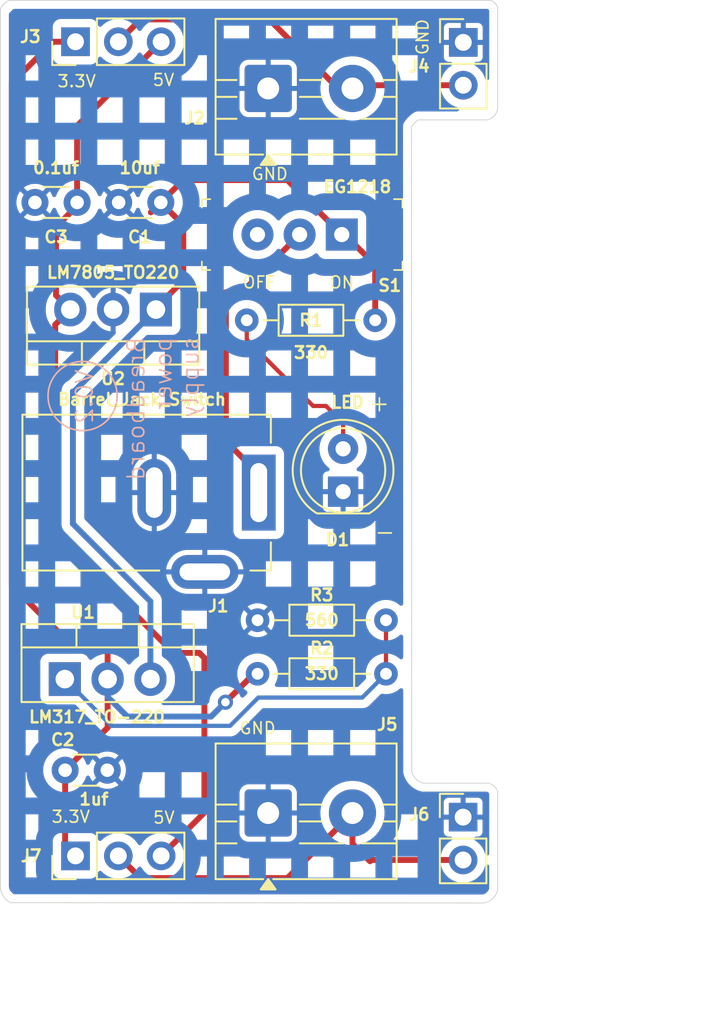
<source format=kicad_pcb>
(kicad_pcb (version 20241229) (generator "pcbnew") (generator_version "9.0")
  (title_block (rev "2"))
  (layers (0 "F.Cu" signal) (2 "B.Cu" signal) (13 "F.Paste" user) (15 "B.Paste" user) (5 "F.SilkS" user "F.Silkscreen") (7 "B.SilkS" user "B.Silkscreen") (1 "F.Mask" user) (3 "B.Mask" user) (25 "Edge.Cuts" user))
  (net 0 "")
  (net 1 "GND")
  (net 2 "/12V")
  (net 3 "/3.3v")
  (net 4 "/5V")
  (net 5 "Net-(D1-A)")
  (net 6 "/PWR_input")
  (net 7 "/PWR_OUT_BOT")
  (net 8 "Net-(U1-ADJ)")
  (net 10 "/PWR_OUT_TOP")
  (footprint "Package_TO_SOT_THT:TO-220-3_Vertical" (layer "F.Cu") (at 165.425 73.025 180)
    (property "Reference" "U2" (at 2.54 -4.1 0) (layer "F.SilkS") (effects (font (size 0.7 0.7))))
    (property "Value" "LM7805_TO220" (at 2.54 2.2 0) (layer "F.SilkS") (effects (font (size 0.7 0.7))))
    (fp_line (start 7.65 1.36) (end -2.57 1.36) (stroke (width 0.12)) (layer "F.SilkS"))
    (fp_line (start 7.65 -3.26) (end 7.65 1.36) (stroke (width 0.12)) (layer "F.SilkS"))
    (fp_line (start 4.39 -3.26) (end 4.39 -1.88) (stroke (width 0.12)) (layer "F.SilkS"))
    (fp_line (start 0.69 -3.26) (end 0.69 -1.88) (stroke (width 0.12)) (layer "F.SilkS"))
    (fp_line (start -2.57 1.36) (end -2.57 -3.26) (stroke (width 0.12)) (layer "F.SilkS"))
    (fp_line (start -2.57 -1.88) (end 7.65 -1.88) (stroke (width 0.12)) (layer "F.SilkS"))
    (fp_line (start -2.57 -3.26) (end 7.65 -3.26) (stroke (width 0.12)) (layer "F.SilkS"))
    (pad "1" thru_hole rect (at 0 0 180) (size 1.905 2) (drill 1.1) (layers "*.Cu" "*.Mask") (net 2 "/12V"))
    (pad "2" thru_hole oval (at 2.54 0 180) (size 1.905 2) (drill 1.1) (layers "*.Cu" "*.Mask") (net 1 "GND"))
    (pad "3" thru_hole oval (at 5.08 0 180) (size 1.905 2) (drill 1.1) (layers "*.Cu" "*.Mask") (net 4 "/5V"))
  )
  (footprint "Resistor_THT:R_Axial_DIN0204_L3.6mm_D1.6mm_P7.62mm_Horizontal" (layer "F.Cu") (at 171.455 91.44)
    (property "Reference" "R3" (at 3.81 -1.49 0) (layer "F.SilkS") (effects (font (size 0.7 0.7))))
    (property "Value" "560" (at 3.81 0 0) (layer "F.SilkS") (effects (font (size 0.7 0.7))))
    (fp_line (start 0.94 0) (end 1.89 0) (stroke (width 0.12)) (layer "F.SilkS"))
    (fp_line (start 6.68 0) (end 5.73 0) (stroke (width 0.12)) (layer "F.SilkS"))
    (fp_rect (start 1.89 -0.92) (end 5.73 0.92) (stroke (width 0.12)) (fill no) (layer "F.SilkS"))
    (pad "1" thru_hole circle (at 0 0) (size 1.4 1.4) (drill 0.7) (layers "*.Cu" "*.Mask") (net 1 "GND"))
    (pad "2" thru_hole circle (at 7.62 0) (size 1.4 1.4) (drill 0.7) (layers "*.Cu" "*.Mask") (net 8 "Net-(U1-ADJ)"))
  )
  (footprint "Resistor_THT:R_Axial_DIN0204_L3.6mm_D1.6mm_P7.62mm_Horizontal" (layer "F.Cu") (at 179.075 94.615 180)
    (property "Reference" "R2" (at 3.81 1.515 0) (layer "F.SilkS") (effects (font (size 0.7 0.7))))
    (property "Value" "330" (at 3.81 0 0) (layer "F.SilkS") (effects (font (size 0.7 0.7))))
    (fp_line (start 6.68 0) (end 5.73 0) (stroke (width 0.12)) (layer "F.SilkS"))
    (fp_line (start 0.94 0) (end 1.89 0) (stroke (width 0.12)) (layer "F.SilkS"))
    (fp_rect (start 1.89 -0.92) (end 5.73 0.92) (stroke (width 0.12)) (fill no) (layer "F.SilkS"))
    (pad "1" thru_hole circle (at 0 0 180) (size 1.4 1.4) (drill 0.7) (layers "*.Cu" "*.Mask") (net 8 "Net-(U1-ADJ)"))
    (pad "2" thru_hole circle (at 7.62 0 180) (size 1.4 1.4) (drill 0.7) (layers "*.Cu" "*.Mask") (net 3 "/3.3v"))
  )
  (footprint "LED_THT:LED_D5.0mm" (layer "F.Cu") (at 176.53 83.82 90)
    (property "Reference" "D1" (at -2.855 -0.33 180) (layer "F.SilkS") (effects (font (size 0.7 0.7))))
    (property "Value" "LED" (at 5.295 0.27 180) (layer "F.SilkS") (effects (font (size 0.7 0.7))))
    (fp_line (start -1.29 -1.545) (end -1.29 1.545) (stroke (width 0.12)) (layer "F.SilkS"))
    (fp_arc (start -1.29 -1.54483) (mid 2.071779 -2.880495) (end 4.26 0) (stroke (width 0.12)) (layer "F.SilkS"))
    (fp_arc (start 4.26 0) (mid 2.071779 2.880495) (end -1.29 1.54483) (stroke (width 0.12)) (layer "F.SilkS"))
    (fp_circle (center 1.27 0) (end 3.77 0) (stroke (width 0.12)) (fill no) (layer "F.SilkS"))
    (pad "1" thru_hole rect (at 0 0 90) (size 1.8 1.8) (drill 0.9) (layers "*.Cu" "*.Mask") (net 1 "GND"))
    (pad "2" thru_hole circle (at 2.54 0 90) (size 1.8 1.8) (drill 0.9) (layers "*.Cu" "*.Mask") (net 5 "Net-(D1-A)"))
  )
  (footprint "digikey-footprints:Switch_Slide_11.6x4mm_EG1218" (layer "F.Cu") (at 176.45 68.58 180)
    (property "Reference" "S1" (at -2.85 -3.02 0) (layer "F.SilkS") (effects (font (size 0.7 0.7))))
    (property "Value" "EG1218" (at -0.925 2.83 0) (layer "F.SilkS") (effects (font (size 0.7 0.7))))
    (fp_line (start 8.3 2.1) (end 8.3 1.6) (stroke (width 0.1)) (layer "F.SilkS"))
    (fp_line (start 8.3 2.1) (end 7.8 2.1) (stroke (width 0.1)) (layer "F.SilkS"))
    (fp_line (start 8.3 -2.1) (end 8.3 -1.6) (stroke (width 0.1)) (layer "F.SilkS"))
    (fp_line (start 8.3 -2.1) (end 7.8 -2.1) (stroke (width 0.1)) (layer "F.SilkS"))
    (fp_line (start -3.6 2.1) (end -3.1 2.1) (stroke (width 0.1)) (layer "F.SilkS"))
    (fp_line (start -3.6 2.1) (end -3.6 1.6) (stroke (width 0.1)) (layer "F.SilkS"))
    (fp_line (start -3.6 -2.1) (end -3.1 -2.1) (stroke (width 0.1)) (layer "F.SilkS"))
    (fp_line (start -3.6 -2.1) (end -3.6 -1.6) (stroke (width 0.1)) (layer "F.SilkS"))
    (pad "1" thru_hole rect (at 0 0 180) (size 1.9 1.9) (drill 0.9) (layers "*.Cu" "*.Mask") (net 2 "/12V"))
    (pad "2" thru_hole circle (at 2.5 0 180) (size 1.9 1.9) (drill 0.9) (layers "*.Cu" "*.Mask") (net 6 "/PWR_input"))
    (pad "3" thru_hole circle (at 5 0 180) (size 1.9 1.9) (drill 0.9) (layers "*.Cu" "*.Mask"))
  )
  (footprint "TerminalBlock:TerminalBlock_MaiXu_MX126-5.0-02P_1x02_P5.00mm" (layer "F.Cu") (at 172.085 59.9175)
    (property "Reference" "J2" (at -4.36 1.7575 0) (layer "F.SilkS") (effects (font (size 0.7 0.7))))
    (property "Value" "Screw_Terminal_01x02" (hide yes))
    (fp_line (start -3.12 -4.12) (end 7.62 -4.12) (stroke (width 0.12)) (layer "F.SilkS"))
    (fp_line (start -3.12 -0.5) (end -1.88 -0.5) (stroke (width 0.12)) (layer "F.SilkS"))
    (fp_line (start -3.12 0.5) (end -1.88 0.5) (stroke (width 0.12)) (layer "F.SilkS"))
    (fp_line (start -3.12 1.8) (end -1.88 1.8) (stroke (width 0.12)) (layer "F.SilkS"))
    (fp_line (start -3.12 3.92) (end -3.12 -4.12) (stroke (width 0.12)) (layer "F.SilkS"))
    (fp_line (start -0.3 3.92) (end -3.12 3.92) (stroke (width 0.12)) (layer "F.SilkS"))
    (fp_line (start 1.88 -0.5) (end 3.188 -0.5) (stroke (width 0.12)) (layer "F.SilkS"))
    (fp_line (start 1.88 0.5) (end 3.188 0.5) (stroke (width 0.12)) (layer "F.SilkS"))
    (fp_line (start 1.88 1.8) (end 4.457 1.8) (stroke (width 0.12)) (layer "F.SilkS"))
    (fp_line (start 5.543 1.8) (end 7.62 1.8) (stroke (width 0.12)) (layer "F.SilkS"))
    (fp_line (start 6.812 -0.5) (end 7.62 -0.5) (stroke (width 0.12)) (layer "F.SilkS"))
    (fp_line (start 6.812 0.5) (end 7.62 0.5) (stroke (width 0.12)) (layer "F.SilkS"))
    (fp_line (start 7.62 -4.12) (end 7.62 3.92) (stroke (width 0.12)) (layer "F.SilkS"))
    (fp_line (start 7.62 3.92) (end 0.3 3.92) (stroke (width 0.12)) (layer "F.SilkS"))
    (fp_poly (pts (xy 0 3.92) (xy 0.44 4.53) (xy -0.44 4.53)) (stroke (width 0.12)) (fill yes) (layer "F.SilkS"))
    (pad "1" thru_hole roundrect (at 0 0) (size 2.8 2.8) (drill 1.3) (layers "*.Cu" "*.Mask") (roundrect_rratio 0.089286) (net 1 "GND"))
    (pad "2" thru_hole circle (at 5 0) (size 2.8 2.8) (drill 1.3) (layers "*.Cu" "*.Mask") (net 7 "/PWR_OUT_BOT"))
  )
  (footprint "Connector_PinHeader_2.54mm:PinHeader_1x03_P2.54mm_Vertical" (layer "F.Cu") (at 160.655 105.41 90)
    (property "Reference" "J7" (at 0 -2.63 180) (layer "F.SilkS") (effects (font (size 0.7 0.7))))
    (property "Value" "Conn_01x03_Pin" (hide yes))
    (fp_line (start -1.38 -1.38) (end 0 -1.38) (stroke (width 0.12)) (layer "F.SilkS"))
    (fp_line (start -1.38 0) (end -1.38 -1.38) (stroke (width 0.12)) (layer "F.SilkS"))
    (fp_line (start 1.38 1.27) (end 1.38 6.46) (stroke (width 0.12)) (layer "F.SilkS"))
    (fp_line (start -1.38 1.27) (end 1.38 1.27) (stroke (width 0.12)) (layer "F.SilkS"))
    (fp_line (start -1.38 1.27) (end -1.38 6.46) (stroke (width 0.12)) (layer "F.SilkS"))
    (fp_line (start -1.38 6.46) (end 1.38 6.46) (stroke (width 0.12)) (layer "F.SilkS"))
    (pad "1" thru_hole rect (at 0 0 90) (size 1.7 1.7) (drill 1) (layers "*.Cu" "*.Mask") (net 3 "/3.3v"))
    (pad "2" thru_hole circle (at 0 2.54 90) (size 1.7 1.7) (drill 1) (layers "*.Cu" "*.Mask") (net 10 "/PWR_OUT_TOP"))
    (pad "3" thru_hole circle (at 0 5.08 90) (size 1.7 1.7) (drill 1) (layers "*.Cu" "*.Mask") (net 4 "/5V"))
  )
  (footprint "Connector_PinHeader_2.54mm:PinHeader_1x03_P2.54mm_Vertical" (layer "F.Cu") (at 160.655 57.15 90)
    (property "Reference" "J3" (at 0.3 -2.68 180) (layer "F.SilkS") (effects (font (size 0.7 0.7))))
    (property "Value" "Conn_01x03_Pin" (hide yes))
    (fp_line (start -1.38 -1.38) (end 0 -1.38) (stroke (width 0.12)) (layer "F.SilkS"))
    (fp_line (start -1.38 0) (end -1.38 -1.38) (stroke (width 0.12)) (layer "F.SilkS"))
    (fp_line (start 1.38 1.27) (end 1.38 6.46) (stroke (width 0.12)) (layer "F.SilkS"))
    (fp_line (start -1.38 1.27) (end 1.38 1.27) (stroke (width 0.12)) (layer "F.SilkS"))
    (fp_line (start -1.38 1.27) (end -1.38 6.46) (stroke (width 0.12)) (layer "F.SilkS"))
    (fp_line (start -1.38 6.46) (end 1.38 6.46) (stroke (width 0.12)) (layer "F.SilkS"))
    (pad "1" thru_hole rect (at 0 0 90) (size 1.7 1.7) (drill 1) (layers "*.Cu" "*.Mask") (net 3 "/3.3v"))
    (pad "2" thru_hole circle (at 0 2.54 90) (size 1.7 1.7) (drill 1) (layers "*.Cu" "*.Mask") (net 7 "/PWR_OUT_BOT"))
    (pad "3" thru_hole circle (at 0 5.08 90) (size 1.7 1.7) (drill 1) (layers "*.Cu" "*.Mask") (net 4 "/5V"))
  )
  (footprint "Capacitor_THT:C_Disc_D3.0mm_W1.6mm_P2.50mm" (layer "F.Cu") (at 160.04 100.33)
    (property "Reference" "C2" (at -0.14 -1.805 0) (layer "F.SilkS") (effects (font (size 0.7 0.7))))
    (property "Value" "1uf" (at 1.71 1.72 0) (layer "F.SilkS") (effects (font (size 0.7 0.7))))
    (fp_line (start 0.485 -0.92) (end 2.015 -0.92) (stroke (width 0.12)) (layer "F.SilkS"))
    (fp_line (start 2.015 0.92) (end 0.485 0.92) (stroke (width 0.12)) (layer "F.SilkS"))
    (pad "1" thru_hole circle (at 0 0) (size 1.6 1.6) (drill 0.8) (layers "*.Cu" "*.Mask") (net 3 "/3.3v"))
    (pad "2" thru_hole circle (at 2.5 0) (size 1.6 1.6) (drill 0.8) (layers "*.Cu" "*.Mask") (net 1 "GND"))
  )
  (footprint "Connector_PinHeader_2.54mm:PinHeader_1x02_P2.54mm_Vertical" (layer "F.Cu") (at 183.66 57.1875)
    (property "Reference" "J4" (at -2.61 1.4125 0) (layer "F.SilkS") (effects (font (size 0.7 0.7))))
    (property "Value" "Conn_01x02_Pin" (hide yes))
    (fp_line (start -1.38 -1.38) (end 0 -1.38) (stroke (width 0.12)) (layer "F.SilkS"))
    (fp_line (start -1.38 0) (end -1.38 -1.38) (stroke (width 0.12)) (layer "F.SilkS"))
    (fp_line (start -1.38 1.27) (end -1.38 3.92) (stroke (width 0.12)) (layer "F.SilkS"))
    (fp_line (start -1.38 1.27) (end 1.38 1.27) (stroke (width 0.12)) (layer "F.SilkS"))
    (fp_line (start -1.38 3.92) (end 1.38 3.92) (stroke (width 0.12)) (layer "F.SilkS"))
    (fp_line (start 1.38 1.27) (end 1.38 3.92) (stroke (width 0.12)) (layer "F.SilkS"))
    (pad "1" thru_hole rect (at 0 0) (size 1.7 1.7) (drill 1) (layers "*.Cu" "*.Mask") (net 1 "GND"))
    (pad "2" thru_hole circle (at 0 2.54) (size 1.7 1.7) (drill 1) (layers "*.Cu" "*.Mask") (net 7 "/PWR_OUT_BOT"))
  )
  (footprint "Resistor_THT:R_Axial_DIN0204_L3.6mm_D1.6mm_P7.62mm_Horizontal" (layer "F.Cu") (at 170.815 73.66)
    (property "Reference" "R1" (at 3.81 0 0) (layer "F.SilkS") (effects (font (size 0.7 0.7))))
    (property "Value" "330" (at 3.81 1.92 0) (layer "F.SilkS") (effects (font (size 0.7 0.7))))
    (fp_line (start 0.94 0) (end 1.89 0) (stroke (width 0.12)) (layer "F.SilkS"))
    (fp_line (start 6.68 0) (end 5.73 0) (stroke (width 0.12)) (layer "F.SilkS"))
    (fp_rect (start 1.89 -0.92) (end 5.73 0.92) (stroke (width 0.12)) (fill no) (layer "F.SilkS"))
    (pad "1" thru_hole circle (at 0 0) (size 1.4 1.4) (drill 0.7) (layers "*.Cu" "*.Mask") (net 5 "Net-(D1-A)"))
    (pad "2" thru_hole circle (at 7.62 0) (size 1.4 1.4) (drill 0.7) (layers "*.Cu" "*.Mask") (net 2 "/12V"))
  )
  (footprint "TerminalBlock:TerminalBlock_MaiXu_MX126-5.0-02P_1x02_P5.00mm" (layer "F.Cu") (at 172.085 102.8675)
    (property "Reference" "J5" (at 7.065 -5.2425 0) (layer "F.SilkS") (effects (font (size 0.7 0.7))))
    (property "Value" "Screw_Terminal_01x02" (hide yes))
    (fp_line (start -3.12 -4.12) (end 7.62 -4.12) (stroke (width 0.12)) (layer "F.SilkS"))
    (fp_line (start -3.12 -0.5) (end -1.88 -0.5) (stroke (width 0.12)) (layer "F.SilkS"))
    (fp_line (start -3.12 0.5) (end -1.88 0.5) (stroke (width 0.12)) (layer "F.SilkS"))
    (fp_line (start -3.12 1.8) (end -1.88 1.8) (stroke (width 0.12)) (layer "F.SilkS"))
    (fp_line (start -3.12 3.92) (end -3.12 -4.12) (stroke (width 0.12)) (layer "F.SilkS"))
    (fp_line (start -0.3 3.92) (end -3.12 3.92) (stroke (width 0.12)) (layer "F.SilkS"))
    (fp_line (start 1.88 -0.5) (end 3.188 -0.5) (stroke (width 0.12)) (layer "F.SilkS"))
    (fp_line (start 1.88 0.5) (end 3.188 0.5) (stroke (width 0.12)) (layer "F.SilkS"))
    (fp_line (start 1.88 1.8) (end 4.457 1.8) (stroke (width 0.12)) (layer "F.SilkS"))
    (fp_line (start 5.543 1.8) (end 7.62 1.8) (stroke (width 0.12)) (layer "F.SilkS"))
    (fp_line (start 6.812 -0.5) (end 7.62 -0.5) (stroke (width 0.12)) (layer "F.SilkS"))
    (fp_line (start 6.812 0.5) (end 7.62 0.5) (stroke (width 0.12)) (layer "F.SilkS"))
    (fp_line (start 7.62 -4.12) (end 7.62 3.92) (stroke (width 0.12)) (layer "F.SilkS"))
    (fp_line (start 7.62 3.92) (end 0.3 3.92) (stroke (width 0.12)) (layer "F.SilkS"))
    (fp_poly (pts (xy 0 3.92) (xy 0.44 4.53) (xy -0.44 4.53)) (stroke (width 0.12)) (fill yes) (layer "F.SilkS"))
    (pad "1" thru_hole roundrect (at 0 0) (size 2.8 2.8) (drill 1.3) (layers "*.Cu" "*.Mask") (roundrect_rratio 0.089286) (net 1 "GND"))
    (pad "2" thru_hole circle (at 5 0) (size 2.8 2.8) (drill 1.3) (layers "*.Cu" "*.Mask") (net 10 "/PWR_OUT_TOP"))
  )
  (footprint "Package_TO_SOT_THT:TO-220-3_Vertical" (layer "F.Cu") (at 160.02 94.93)
    (property "Reference" "U1" (at 1.08 -3.955 0) (layer "F.SilkS") (effects (font (size 0.7 0.7))))
    (property "Value" "LM317_TO-220" (at 1.905 2.245 0) (layer "F.SilkS") (effects (font (size 0.7 0.7))))
    (fp_line (start -2.57 -3.26) (end 7.65 -3.26) (stroke (width 0.12)) (layer "F.SilkS"))
    (fp_line (start -2.57 -1.88) (end 7.65 -1.88) (stroke (width 0.12)) (layer "F.SilkS"))
    (fp_line (start -2.57 1.36) (end -2.57 -3.26) (stroke (width 0.12)) (layer "F.SilkS"))
    (fp_line (start 0.69 -3.26) (end 0.69 -1.88) (stroke (width 0.12)) (layer "F.SilkS"))
    (fp_line (start 4.39 -3.26) (end 4.39 -1.88) (stroke (width 0.12)) (layer "F.SilkS"))
    (fp_line (start 7.65 -3.26) (end 7.65 1.36) (stroke (width 0.12)) (layer "F.SilkS"))
    (fp_line (start 7.65 1.36) (end -2.57 1.36) (stroke (width 0.12)) (layer "F.SilkS"))
    (pad "1" thru_hole rect (at 0 0) (size 1.905 2) (drill 1.1) (layers "*.Cu" "*.Mask") (net 8 "Net-(U1-ADJ)"))
    (pad "2" thru_hole oval (at 2.54 0) (size 1.905 2) (drill 1.1) (layers "*.Cu" "*.Mask") (net 3 "/3.3v"))
    (pad "3" thru_hole oval (at 5.08 0) (size 1.905 2) (drill 1.1) (layers "*.Cu" "*.Mask") (net 2 "/12V"))
  )
  (footprint "Capacitor_THT:C_Disc_D3.0mm_W1.6mm_P2.50mm" (layer "F.Cu") (at 160.75 66.675 180)
    (property "Reference" "C3" (at 1.25 -2.05 0) (layer "F.SilkS") (effects (font (size 0.7 0.7))))
    (property "Value" "0.1uf" (at 1.25 2.05 0) (layer "F.SilkS") (effects (font (size 0.7 0.7))))
    (fp_line (start 2.015 0.92) (end 0.485 0.92) (stroke (width 0.12)) (layer "F.SilkS"))
    (fp_line (start 0.485 -0.92) (end 2.015 -0.92) (stroke (width 0.12)) (layer "F.SilkS"))
    (pad "1" thru_hole circle (at 0 0 180) (size 1.6 1.6) (drill 0.8) (layers "*.Cu" "*.Mask") (net 4 "/5V"))
    (pad "2" thru_hole circle (at 2.5 0 180) (size 1.6 1.6) (drill 0.8) (layers "*.Cu" "*.Mask") (net 1 "GND"))
  )
  (footprint "Connector_PinHeader_2.54mm:PinHeader_1x02_P2.54mm_Vertical" (layer "F.Cu") (at 183.65 103.1125)
    (property "Reference" "J6" (at -2.6 -0.1625 0) (layer "F.SilkS") (effects (font (size 0.7 0.7))))
    (property "Value" "Conn_01x02_Pin" (hide yes))
    (fp_line (start -1.38 -1.38) (end 0 -1.38) (stroke (width 0.12)) (layer "F.SilkS"))
    (fp_line (start -1.38 0) (end -1.38 -1.38) (stroke (width 0.12)) (layer "F.SilkS"))
    (fp_line (start -1.38 1.27) (end -1.38 3.92) (stroke (width 0.12)) (layer "F.SilkS"))
    (fp_line (start -1.38 1.27) (end 1.38 1.27) (stroke (width 0.12)) (layer "F.SilkS"))
    (fp_line (start -1.38 3.92) (end 1.38 3.92) (stroke (width 0.12)) (layer "F.SilkS"))
    (fp_line (start 1.38 1.27) (end 1.38 3.92) (stroke (width 0.12)) (layer "F.SilkS"))
    (pad "1" thru_hole rect (at 0 0) (size 1.7 1.7) (drill 1) (layers "*.Cu" "*.Mask") (net 1 "GND"))
    (pad "2" thru_hole circle (at 0 2.54) (size 1.7 1.7) (drill 1) (layers "*.Cu" "*.Mask") (net 10 "/PWR_OUT_TOP"))
  )
  (footprint "Capacitor_THT:C_Disc_D3.0mm_W1.6mm_P2.50mm" (layer "F.Cu") (at 165.715 66.675 180)
    (property "Reference" "C1" (at 1.25 -2.05 0) (layer "F.SilkS") (effects (font (size 0.7 0.7))))
    (property "Value" "10uf" (at 1.25 2.05 0) (layer "F.SilkS") (effects (font (size 0.7 0.7))))
    (fp_line (start 2.015 0.92) (end 0.485 0.92) (stroke (width 0.12)) (layer "F.SilkS"))
    (fp_line (start 0.485 -0.92) (end 2.015 -0.92) (stroke (width 0.12)) (layer "F.SilkS"))
    (pad "1" thru_hole circle (at 0 0 180) (size 1.6 1.6) (drill 0.8) (layers "*.Cu" "*.Mask") (net 2 "/12V"))
    (pad "2" thru_hole circle (at 2.5 0 180) (size 1.6 1.6) (drill 0.8) (layers "*.Cu" "*.Mask") (net 1 "GND"))
  )
  (footprint "Connector_BarrelJack:BarrelJack_Kycon_KLDX-0202-xC_Horizontal" (layer "F.Cu") (at 171.525 83.875)
    (property "Reference" "J1" (at -2.4 6.725 0) (layer "F.SilkS") (effects (font (size 0.7 0.7))))
    (property "Value" "Barrel_Jack_Switch" (at -6.925 -5.525 0) (layer "F.SilkS") (effects (font (size 0.7 0.7))))
    (fp_line (start -14.02 -4.62) (end -14.02 4.62) (stroke (width 0.12)) (layer "F.SilkS"))
    (fp_line (start -14.02 4.62) (end -5.9 4.62) (stroke (width 0.12)) (layer "F.SilkS"))
    (fp_line (start -0.5 4.62) (end 0.72 4.62) (stroke (width 0.12)) (layer "F.SilkS"))
    (fp_line (start 0.72 -4.62) (end -14.02 -4.62) (stroke (width 0.12)) (layer "F.SilkS"))
    (fp_line (start 0.72 -2.95) (end 0.72 -4.62) (stroke (width 0.12)) (layer "F.SilkS"))
    (fp_line (start 0.72 4.62) (end 0.72 2.95) (stroke (width 0.12)) (layer "F.SilkS"))
    (pad "1" thru_hole rect (at 0 0) (size 2 4.5) (drill oval 1 3.5) (layers "*.Cu" "*.Mask") (net 6 "/PWR_input"))
    (pad "2" thru_hole oval (at -6.2 0) (size 2 4) (drill oval 1 3) (layers "*.Cu" "*.Mask") (net 1 "GND"))
    (pad "3" thru_hole oval (at -3.2 4.7 90) (size 2 4) (drill oval 1 3) (layers "*.Cu" "*.Mask") (net 1 "GND"))
  )
  (gr_circle (center 161.075 78.15) (end 163.125 78.15) (stroke (width 0.1)) (fill no) (layer "B.SilkS"))
  (gr_arc (start 156.808065 108.18387) (mid 156.364284 107.778304) (end 156.2 107.2) (stroke (width 0.05)) (layer "Edge.Cuts"))
  (gr_line (start 185.3 54.7) (end 156.700003 54.7) (stroke (width 0.05)) (layer "Edge.Cuts"))
  (gr_arc (start 185.7 61.1) (mid 185.503414 61.534689) (end 185.095539 61.782154) (stroke (width 0.05)) (layer "Edge.Cuts"))
  (gr_line (start 185.7 107.4) (end 185.7 101.6) (stroke (width 0.05)) (layer "Edge.Cuts"))
  (gr_arc (start 181.3 101.1) (mid 180.84808 100.85192) (end 180.6 100.4) (stroke (width 0.05)) (layer "Edge.Cuts"))
  (gr_arc (start 156.200001 55.2) (mid 156.409432 54.90943) (end 156.700002 54.7) (stroke (width 0.05)) (layer "Edge.Cuts"))
  (gr_arc (start 185.3 54.7) (mid 185.538516 54.861484) (end 185.7 55.1) (stroke (width 0.05)) (layer "Edge.Cuts"))
  (gr_line (start 185.2 101.1) (end 181.300003 101.1) (stroke (width 0.05)) (layer "Edge.Cuts"))
  (gr_arc (start 185.2 101.1) (mid 185.504152 101.295848) (end 185.7 101.6) (stroke (width 0.05)) (layer "Edge.Cuts"))
  (gr_line (start 180.600195 100.4) (end 180.585269 62.19062) (stroke (width 0.05)) (layer "Edge.Cuts"))
  (gr_arc (start 185.7 107.4) (mid 185.42111 107.92111) (end 184.9 108.2) (stroke (width 0.05)) (layer "Edge.Cuts"))
  (gr_arc (start 180.585269 62.19062) (mid 180.767758 61.96364) (end 180.995539 61.782154) (stroke (width 0.05)) (layer "Edge.Cuts"))
  (gr_line (start 156.808065 108.183869) (end 184.899995 108.2) (stroke (width 0.05)) (layer "Edge.Cuts"))
  (gr_line (start 180.995539 61.782154) (end 185.095539 61.782154) (stroke (width 0.05)) (layer "Edge.Cuts"))
  (gr_line (start 156.2 55.2) (end 156.2 107.2) (stroke (width 0.05)) (layer "Edge.Cuts"))
  (gr_line (start 185.7 55.1) (end 185.7 61.1) (stroke (width 0.05)) (layer "Edge.Cuts"))
  (gr_text "3.3V" (at 159.525 59.9 0) (layer "F.SilkS") (effects (font (size 0.7 0.7) (thickness 0.1)) (justify left bottom)))
  (gr_text "5V" (at 165.175 59.825 0) (layer "F.SilkS") (effects (font (size 0.7 0.7) (thickness 0.1)) (justify left bottom)))
  (gr_text "3.3V" (at 159.175 103.5 0) (layer "F.SilkS") (effects (font (size 0.7 0.7) (thickness 0.1)) (justify left bottom)))
  (gr_text "+\n" (at 178 79.15 0) (layer "F.SilkS") (effects (font (size 1 1) (thickness 0.1)) (justify left bottom)))
  (gr_text "OFF" (at 170.525 71.825 0) (layer "F.SilkS") (effects (font (size 0.7 0.7) (thickness 0.1)) (justify left bottom)))
  (gr_text "5V" (at 165.2 103.55 0) (layer "F.SilkS") (effects (font (size 0.7 0.7) (thickness 0.1)) (justify left bottom)))
  (gr_text "GND" (at 181.65 58 90) (layer "F.SilkS") (effects (font (size 0.7 0.7) (thickness 0.1)) (justify left bottom)))
  (gr_text "-" (at 178.325 86.775 0) (layer "F.SilkS") (effects (font (size 1 1) (thickness 0.1)) (justify left bottom)))
  (gr_text "GND" (at 171.05 65.4 0) (layer "F.SilkS") (effects (font (size 0.7 0.7) (thickness 0.1)) (justify left bottom)))
  (gr_text "ON\n" (at 175.65 71.825 0) (layer "F.SilkS") (effects (font (size 0.7 0.7) (thickness 0.1)) (justify left bottom)))
  (gr_text "GND" (at 170.325 98.25 0) (layer "F.SilkS") (effects (font (size 0.7 0.7) (thickness 0.1)) (justify left bottom)))
  (gr_text "V0.2" (at 161.775 76.5 90) (layer "B.SilkS") (effects (font (size 1 1) (thickness 0.1)) (justify left bottom mirror)))
  (gr_text "Breadboard \npower \nsupply\n" (at 168.05 74.575 90) (layer "B.SilkS") (effects (font (size 1 1) (thickness 0.1)) (justify left bottom mirror)))
  (segment (start 173.22 65.35) (end 176.45 68.58) (width 0.35) (layer "F.Cu") (net 2))
  (segment (start 165.425 72.925) (end 165.425 73.025) (width 0.35) (layer "F.Cu") (net 2))
  (segment (start 165.715 66.675) (end 166.99 67.95) (width 0.35) (layer "F.Cu") (net 2))
  (segment (start 167.05 67.95) (end 167.05 71.3) (width 0.35) (layer "F.Cu") (net 2))
  (segment (start 165.715 66.675) (end 165.125 67.265) (width 0.35) (layer "F.Cu") (net 2))
  (segment (start 176.45 68.58) (end 176.63 68.58) (width 0.35) (layer "F.Cu") (net 2))
  (segment (start 176.63 68.58) (end 178.6 70.55) (width 0.35) (layer "F.Cu") (net 2))
  (segment (start 167.05 71.3) (end 165.425 72.925) (width 0.35) (layer "F.Cu") (net 2))
  (segment (start 178.435 70.715) (end 178.435 73.66) (width 0.35) (layer "F.Cu") (net 2))
  (segment (start 178.6 70.55) (end 178.435 70.715) (width 0.35) (layer "F.Cu") (net 2))
  (segment (start 166.99 67.95) (end 167.05 67.95) (width 0.35) (layer "F.Cu") (net 2))
  (segment (start 165.125 72.725) (end 165.425 73.025) (width 0.35) (layer "F.Cu") (net 2))
  (segment (start 167.04 65.35) (end 173.22 65.35) (width 0.35) (layer "F.Cu") (net 2))
  (segment (start 165.715 66.675) (end 167.04 65.35) (width 0.35) (layer "F.Cu") (net 2))
  (segment (start 160.5 85.725) (end 160.5 77.875) (width 0.35) (layer "B.Cu") (net 2))
  (segment (start 160.5 77.875) (end 160.575 77.875) (width 0.35) (layer "B.Cu") (net 2))
  (segment (start 165.1 90.325) (end 160.5 85.725) (width 0.35) (layer "B.Cu") (net 2))
  (segment (start 160.575 77.875) (end 165.425 73.025) (width 0.35) (layer "B.Cu") (net 2))
  (segment (start 165.1 94.93) (end 165.1 90.325) (width 0.35) (layer "B.Cu") (net 2))
  (segment (start 162.56 97.81) (end 162.56 94.93) (width 0.35) (layer "F.Cu") (net 3))
  (segment (start 159.326 57.15) (end 156.876 59.6) (width 0.35) (layer "F.Cu") (net 3))
  (segment (start 156.876 89.376) (end 160 92.5) (width 0.35) (layer "F.Cu") (net 3))
  (segment (start 171.455 94.615) (end 171.235 94.615) (width 0.35) (layer "F.Cu") (net 3))
  (segment (start 160.04 100.33) (end 160.04 104.795) (width 0.35) (layer "F.Cu") (net 3))
  (segment (start 171.235 94.615) (end 169.55 96.3) (width 0.35) (layer "F.Cu") (net 3))
  (segment (start 160.04 104.795) (end 160.655 105.41) (width 0.35) (layer "F.Cu") (net 3))
  (segment (start 160.655 57.15) (end 159.326 57.15) (width 0.35) (layer "F.Cu") (net 3))
  (segment (start 156.876 59.6) (end 156.876 89.376) (width 0.35) (layer "F.Cu") (net 3))
  (segment (start 160 92.5) (end 161.75 92.5) (width 0.35) (layer "F.Cu") (net 3))
  (segment (start 160.04 100.33) (end 162.56 97.81) (width 0.35) (layer "F.Cu") (net 3))
  (segment (start 161.75 92.5) (end 162.56 93.31) (width 0.35) (layer "F.Cu") (net 3))
  (segment (start 162.56 93.31) (end 162.56 94.93) (width 0.35) (layer "F.Cu") (net 3))
  (via (at 169.55 96.3) (size 0.9) (drill 0.5) (layers "F.Cu" "B.Cu") (net 3))
  (segment (start 169.55 96.3) (end 168.7 97.15) (width 0.35) (layer "B.Cu") (net 3))
  (segment (start 163.725 97.15) (end 162.56 95.985) (width 0.35) (layer "B.Cu") (net 3))
  (segment (start 162.56 95.985) (end 162.56 94.93) (width 0.35) (layer "B.Cu") (net 3))
  (segment (start 168.7 97.15) (end 163.725 97.15) (width 0.35) (layer "B.Cu") (net 3))
  (segment (start 159.5 68.125) (end 159.5 72.18) (width 0.35) (layer "F.Cu") (net 4))
  (segment (start 166.475 93.375) (end 168 93.375) (width 0.35) (layer "F.Cu") (net 4))
  (segment (start 159.45 73.92) (end 159.45 86.35) (width 0.35) (layer "F.Cu") (net 4))
  (segment (start 159.5 72.18) (end 160.345 73.025) (width 0.35) (layer "F.Cu") (net 4))
  (segment (start 160.75 62.135) (end 160.75 66.675) (width 0.35) (layer "F.Cu") (net 4))
  (segment (start 160.345 73.025) (end 159.45 73.92) (width 0.35) (layer "F.Cu") (net 4))
  (segment (start 168.3 102.845) (end 165.735 105.41) (width 0.35) (layer "F.Cu") (net 4))
  (segment (start 159.45 86.35) (end 166.475 93.375) (width 0.35) (layer "F.Cu") (net 4))
  (segment (start 160.75 72.62) (end 160.345 73.025) (width 0.35) (layer "F.Cu") (net 4))
  (segment (start 160.75 66.875) (end 159.5 68.125) (width 0.35) (layer "F.Cu") (net 4))
  (segment (start 165.735 57.15) (end 160.75 62.135) (width 0.35) (layer "F.Cu") (net 4))
  (segment (start 160.75 66.675) (end 160.75 66.875) (width 0.35) (layer "F.Cu") (net 4))
  (segment (start 168.3 93.675) (end 168.3 102.845) (width 0.35) (layer "F.Cu") (net 4))
  (segment (start 165.735 57.15) (end 165.735 57.785) (width 0.35) (layer "F.Cu") (net 4))
  (segment (start 168 93.375) (end 168.3 93.675) (width 0.35) (layer "F.Cu") (net 4))
  (segment (start 175.514 78.74) (end 176.53 79.756) (width 0.25) (layer "F.Cu") (net 5))
  (segment (start 176.53 79.756) (end 176.53 81.28) (width 0.25) (layer "F.Cu") (net 5))
  (segment (start 170.815 73.66) (end 170.815 74.803) (width 0.25) (layer "F.Cu") (net 5))
  (segment (start 170.815 74.803) (end 174.752 78.74) (width 0.25) (layer "F.Cu") (net 5))
  (segment (start 174.752 78.74) (end 175.514 78.74) (width 0.25) (layer "F.Cu") (net 5))
  (segment (start 173.95 68.58) (end 170.53 72) (width 0.35) (layer "F.Cu") (net 6))
  (segment (start 169.575 72) (end 169.575 80.825) (width 0.35) (layer "F.Cu") (net 6))
  (segment (start 171.325 82.575) (end 171.325 83.675) (width 0.35) (layer "F.Cu") (net 6))
  (segment (start 170.53 72) (end 169.575 72) (width 0.35) (layer "F.Cu") (net 6))
  (segment (start 169.575 80.825) (end 171.325 82.575) (width 0.35) (layer "F.Cu") (net 6))
  (segment (start 171.325 83.675) (end 171.525 83.875) (width 0.35) (layer "F.Cu") (net 6))
  (segment (start 164.52 55.825) (end 172.142558 55.825) (width 0.35) (layer "F.Cu") (net 7))
  (segment (start 183.66 59.7275) (end 178.007058 59.7275) (width 0.35) (layer "F.Cu") (net 7))
  (segment (start 178.007058 59.7275) (end 177.876 59.858558) (width 0.35) (layer "F.Cu") (net 7))
  (segment (start 177.275 59.7275) (end 177.085 59.9175) (width 0.35) (layer "F.Cu") (net 7))
  (segment (start 163.195 57.15) (end 164.52 55.825) (width 0.35) (layer "F.Cu") (net 7))
  (segment (start 176.6 59.4325) (end 177.085 59.9175) (width 0.35) (layer "F.Cu") (net 7))
  (segment (start 172.142558 55.825) (end 176.359529 60.041971) (width 0.35) (layer "F.Cu") (net 7))
  (segment (start 179.075 91.44) (end 179.075 94.615) (width 0.25) (layer "F.Cu") (net 8))
  (segment (start 179.075 94.615) (end 177.665 96.025) (width 0.25) (layer "B.Cu") (net 8))
  (segment (start 177.665 96.025) (end 171.5 96.025) (width 0.25) (layer "B.Cu") (net 8))
  (segment (start 162.791 97.701) (end 160.02 94.93) (width 0.25) (layer "B.Cu") (net 8))
  (segment (start 171.5 96.025) (end 169.824 97.701) (width 0.25) (layer "B.Cu") (net 8))
  (segment (start 169.824 97.701) (end 162.791 97.701) (width 0.25) (layer "B.Cu") (net 8))
  (segment (start 163.195 105.41) (end 164.51 106.725) (width 0.35) (layer "F.Cu") (net 10))
  (segment (start 164.51 106.725) (end 173.2275 106.725) (width 0.35) (layer "F.Cu") (net 10))
  (segment (start 177.085 104.685) (end 177.085 103.4685) (width 0.35) (layer "F.Cu") (net 10))
  (segment (start 178.125 105.725) (end 177.085 104.685) (width 0.35) (layer "F.Cu") (net 10))
  (segment (start 183.65 105.6525) (end 178.1975 105.6525) (width 0.35) (layer "F.Cu") (net 10))
  (segment (start 173.2275 106.725) (end 176.660029 103.292471) (width 0.35) (layer "F.Cu") (net 10))
  (segment (start 178.1975 105.6525) (end 178.125 105.725) (width 0.35) (layer "F.Cu") (net 10))
  (segment (start 177.085 102.8675) (end 177.875 102.0775) (width 0.35) (layer "F.Cu") (net 10))
  (zone (net 1) (net_name "GND") (layer "B.Cu") (connect_pads (clearance 0.5)) (min_thickness 0.25) (fill yes (mode hatch) (thermal_gap 0.3) (thermal_bridge_width 0.3) (hatch_thickness 1) (hatch_gap 1.5) (hatch_orientation 0) (hatch_border_algorithm hatch_thickness) (hatch_min_hole_area 0.3))
    (polygon (pts (xy 157.325 54.85) (xy 156.4 55.775) (xy 156.4 107.1) (xy 157.125 107.825) (xy 184.95 107.825) (xy 185.575 107.5) (xy 185.5 101.375) (xy 185.4 101.25) (xy 180.95 101.2) (xy 180.35 100.725) (xy 180.35 61.875) (xy 180.775 61.7) (xy 185.275 61.65) (xy 185.6 61.325) (xy 185.575 55.375) (xy 184.875 54.85)))
  )
)
</source>
